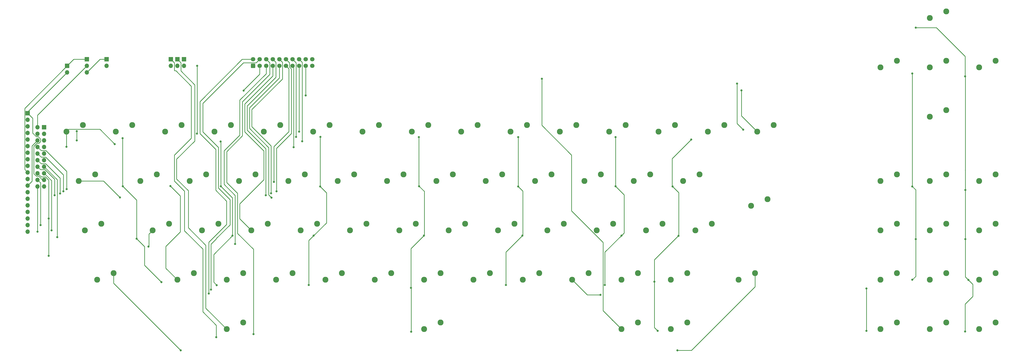
<source format=gtl>
G04 #@! TF.GenerationSoftware,KiCad,Pcbnew,8.0.2*
G04 #@! TF.CreationDate,2025-05-01T13:08:38+01:00*
G04 #@! TF.ProjectId,Keyboard,4b657962-6f61-4726-942e-6b696361645f,rev?*
G04 #@! TF.SameCoordinates,Original*
G04 #@! TF.FileFunction,Copper,L1,Top*
G04 #@! TF.FilePolarity,Positive*
%FSLAX46Y46*%
G04 Gerber Fmt 4.6, Leading zero omitted, Abs format (unit mm)*
G04 Created by KiCad (PCBNEW 8.0.2) date 2025-05-01 13:08:38*
%MOMM*%
%LPD*%
G01*
G04 APERTURE LIST*
G04 Aperture macros list*
%AMRoundRect*
0 Rectangle with rounded corners*
0 $1 Rounding radius*
0 $2 $3 $4 $5 $6 $7 $8 $9 X,Y pos of 4 corners*
0 Add a 4 corners polygon primitive as box body*
4,1,4,$2,$3,$4,$5,$6,$7,$8,$9,$2,$3,0*
0 Add four circle primitives for the rounded corners*
1,1,$1+$1,$2,$3*
1,1,$1+$1,$4,$5*
1,1,$1+$1,$6,$7*
1,1,$1+$1,$8,$9*
0 Add four rect primitives between the rounded corners*
20,1,$1+$1,$2,$3,$4,$5,0*
20,1,$1+$1,$4,$5,$6,$7,0*
20,1,$1+$1,$6,$7,$8,$9,0*
20,1,$1+$1,$8,$9,$2,$3,0*%
G04 Aperture macros list end*
G04 #@! TA.AperFunction,ComponentPad*
%ADD10RoundRect,0.250000X0.600000X-0.600000X0.600000X0.600000X-0.600000X0.600000X-0.600000X-0.600000X0*%
G04 #@! TD*
G04 #@! TA.AperFunction,ComponentPad*
%ADD11C,1.700000*%
G04 #@! TD*
G04 #@! TA.AperFunction,ComponentPad*
%ADD12C,2.286000*%
G04 #@! TD*
G04 #@! TA.AperFunction,ComponentPad*
%ADD13R,1.700000X1.700000*%
G04 #@! TD*
G04 #@! TA.AperFunction,ComponentPad*
%ADD14O,1.700000X1.700000*%
G04 #@! TD*
G04 #@! TA.AperFunction,ViaPad*
%ADD15C,0.800000*%
G04 #@! TD*
G04 #@! TA.AperFunction,Conductor*
%ADD16C,0.250000*%
G04 #@! TD*
G04 APERTURE END LIST*
D10*
G04 #@! TO.P,J2,1,Pin_1*
G04 #@! TO.N,unconnected-(J2-Pin_1-Pad1)*
X168795000Y-123555000D03*
D11*
G04 #@! TO.P,J2,2,Pin_2*
G04 #@! TO.N,Y1*
X168795000Y-121015000D03*
G04 #@! TO.P,J2,3,Pin_3*
G04 #@! TO.N,X9*
X171335000Y-123555000D03*
G04 #@! TO.P,J2,4,Pin_4*
G04 #@! TO.N,Y2*
X171335000Y-121015000D03*
G04 #@! TO.P,J2,5,Pin_5*
G04 #@! TO.N,X7*
X173875000Y-123555000D03*
G04 #@! TO.P,J2,6,Pin_6*
G04 #@! TO.N,Y3*
X173875000Y-121015000D03*
G04 #@! TO.P,J2,7,Pin_7*
G04 #@! TO.N,X6*
X176415000Y-123555000D03*
G04 #@! TO.P,J2,8,Pin_8*
G04 #@! TO.N,Y4*
X176415000Y-121015000D03*
G04 #@! TO.P,J2,9,Pin_9*
G04 #@! TO.N,X5*
X178955000Y-123555000D03*
G04 #@! TO.P,J2,10,Pin_10*
G04 #@! TO.N,Y5*
X178955000Y-121015000D03*
G04 #@! TO.P,J2,11,Pin_11*
G04 #@! TO.N,X4*
X181495000Y-123555000D03*
G04 #@! TO.P,J2,12,Pin_12*
G04 #@! TO.N,Y6*
X181495000Y-121015000D03*
G04 #@! TO.P,J2,13,Pin_13*
G04 #@! TO.N,X3*
X184035000Y-123555000D03*
G04 #@! TO.P,J2,14,Pin_14*
G04 #@! TO.N,Y7*
X184035000Y-121015000D03*
G04 #@! TO.P,J2,15,Pin_15*
G04 #@! TO.N,X2*
X186575000Y-123555000D03*
G04 #@! TO.P,J2,16,Pin_16*
G04 #@! TO.N,Y8*
X186575000Y-121015000D03*
G04 #@! TO.P,J2,17,Pin_17*
G04 #@! TO.N,X1*
X189115000Y-123555000D03*
G04 #@! TO.P,J2,18,Pin_18*
G04 #@! TO.N,Y9*
X189115000Y-121015000D03*
G04 #@! TO.P,J2,19,Pin_19*
G04 #@! TO.N,unconnected-(J2-Pin_19-Pad19)*
X191655000Y-123555000D03*
G04 #@! TO.P,J2,20,Pin_20*
G04 #@! TO.N,Net-(J1-Pin_2)*
X191655000Y-121015000D03*
G04 #@! TD*
D12*
G04 #@! TO.P,SW17,1,A*
G04 #@! TO.N,X2*
X334847500Y-168005000D03*
G04 #@! TO.P,SW17,2,B*
G04 #@! TO.N,Net-(D17-A)*
X341197500Y-165465000D03*
G04 #@! TD*
G04 #@! TO.P,SW9,1,A*
G04 #@! TO.N,X2*
X430097500Y-124142500D03*
G04 #@! TO.P,SW9,2,B*
G04 #@! TO.N,Net-(D9-A)*
X436447500Y-121602500D03*
G04 #@! TD*
G04 #@! TO.P,SW60,1,A*
G04 #@! TO.N,X5*
X149110000Y-187055000D03*
G04 #@! TO.P,SW60,2,B*
G04 #@! TO.N,Net-(D60-A)*
X155460000Y-184515000D03*
G04 #@! TD*
G04 #@! TO.P,SW27,1,A*
G04 #@! TO.N,X4*
X296747500Y-168005000D03*
G04 #@! TO.P,SW27,2,B*
G04 #@! TO.N,Net-(D27-A)*
X303097500Y-165465000D03*
G04 #@! TD*
G04 #@! TO.P,SW22,1,A*
G04 #@! TO.N,X7*
X330085000Y-206105000D03*
G04 #@! TO.P,SW22,2,B*
G04 #@! TO.N,Net-(D22-A)*
X336435000Y-203565000D03*
G04 #@! TD*
G04 #@! TO.P,SW69,1,A*
G04 #@! TO.N,X6*
X130060000Y-187055000D03*
G04 #@! TO.P,SW69,2,B*
G04 #@! TO.N,Net-(D69-A)*
X136410000Y-184515000D03*
G04 #@! TD*
G04 #@! TO.P,SW33,1,A*
G04 #@! TO.N,X2*
X268172500Y-148955000D03*
G04 #@! TO.P,SW33,2,B*
G04 #@! TO.N,Net-(D33-A)*
X274522500Y-146415000D03*
G04 #@! TD*
G04 #@! TO.P,SW63,1,A*
G04 #@! TO.N,X8*
X158635000Y-206105000D03*
G04 #@! TO.P,SW63,2,B*
G04 #@! TO.N,Net-(D63-A)*
X164985000Y-203565000D03*
G04 #@! TD*
G04 #@! TO.P,SW7,1,A*
G04 #@! TO.N,X8*
X430097500Y-225155000D03*
G04 #@! TO.P,SW7,2,B*
G04 #@! TO.N,Net-(D7-A)*
X436447500Y-222615000D03*
G04 #@! TD*
G04 #@! TO.P,SW36,1,A*
G04 #@! TO.N,X5*
X282460000Y-187055000D03*
G04 #@! TO.P,SW36,2,B*
G04 #@! TO.N,Net-(D36-A)*
X288810000Y-184515000D03*
G04 #@! TD*
G04 #@! TO.P,SW50,1,A*
G04 #@! TO.N,X3*
X182447500Y-168005000D03*
G04 #@! TO.P,SW50,2,B*
G04 #@! TO.N,Net-(D50-A)*
X188797500Y-165465000D03*
G04 #@! TD*
G04 #@! TO.P,SW10,1,A*
G04 #@! TO.N,X3*
X411047500Y-168005000D03*
G04 #@! TO.P,SW10,2,B*
G04 #@! TO.N,Net-(D10-A)*
X417397500Y-165465000D03*
G04 #@! TD*
G04 #@! TO.P,SW1,1,A*
G04 #@! TO.N,X2*
X449147500Y-124142500D03*
G04 #@! TO.P,SW1,2,B*
G04 #@! TO.N,Net-(D1-A)*
X455497500Y-121602500D03*
G04 #@! TD*
G04 #@! TO.P,SW13,1,A*
G04 #@! TO.N,X6*
X411047500Y-206105000D03*
G04 #@! TO.P,SW13,2,B*
G04 #@! TO.N,Net-(D13-A)*
X417397500Y-203565000D03*
G04 #@! TD*
G04 #@! TO.P,SW42,1,A*
G04 #@! TO.N,X3*
X239597500Y-168005000D03*
G04 #@! TO.P,SW42,2,B*
G04 #@! TO.N,Net-(D42-A)*
X245947500Y-165465000D03*
G04 #@! TD*
G04 #@! TO.P,SW30,1,A*
G04 #@! TO.N,X7*
X311035000Y-206105000D03*
G04 #@! TO.P,SW30,2,B*
G04 #@! TO.N,Net-(D30-A)*
X317385000Y-203565000D03*
G04 #@! TD*
G04 #@! TO.P,SW62,1,A*
G04 #@! TO.N,X7*
X177685000Y-206105000D03*
G04 #@! TO.P,SW62,2,B*
G04 #@! TO.N,Net-(D62-A)*
X184035000Y-203565000D03*
G04 #@! TD*
G04 #@! TO.P,SW53,1,A*
G04 #@! TO.N,X6*
X187210000Y-187055000D03*
G04 #@! TO.P,SW53,2,B*
G04 #@! TO.N,Net-(D53-A)*
X193560000Y-184515000D03*
G04 #@! TD*
G04 #@! TO.P,SW79,1,A*
G04 #@! TO.N,X9*
X363422500Y-148955000D03*
G04 #@! TO.P,SW79,2,B*
G04 #@! TO.N,Net-(D79-A)*
X369772500Y-146415000D03*
G04 #@! TD*
G04 #@! TO.P,SW14,1,A*
G04 #@! TO.N,X7*
X430097500Y-206105000D03*
G04 #@! TO.P,SW14,2,B*
G04 #@! TO.N,Net-(D14-A)*
X436447500Y-203565000D03*
G04 #@! TD*
G04 #@! TO.P,SW65,1,A*
G04 #@! TO.N,X2*
X134822500Y-148955000D03*
G04 #@! TO.P,SW65,2,B*
G04 #@! TO.N,Net-(D65-A)*
X141172500Y-146415000D03*
G04 #@! TD*
G04 #@! TO.P,SW31,1,A*
G04 #@! TO.N,X8*
X291985000Y-206105000D03*
G04 #@! TO.P,SW31,2,B*
G04 #@! TO.N,Net-(D31-A)*
X298335000Y-203565000D03*
G04 #@! TD*
G04 #@! TO.P,SW37,1,A*
G04 #@! TO.N,X6*
X263410000Y-187055000D03*
G04 #@! TO.P,SW37,2,B*
G04 #@! TO.N,Net-(D37-A)*
X269760000Y-184515000D03*
G04 #@! TD*
G04 #@! TO.P,SW70,1,A*
G04 #@! TO.N,X7*
X103866250Y-187055000D03*
G04 #@! TO.P,SW70,2,B*
G04 #@! TO.N,Net-(D70-A)*
X110216250Y-184515000D03*
G04 #@! TD*
G04 #@! TO.P,SW39,1,A*
G04 #@! TO.N,X8*
X272935000Y-206105000D03*
G04 #@! TO.P,SW39,2,B*
G04 #@! TO.N,Net-(D39-A)*
X279285000Y-203565000D03*
G04 #@! TD*
G04 #@! TO.P,SW6,1,A*
G04 #@! TO.N,X7*
X449147500Y-225155000D03*
G04 #@! TO.P,SW6,2,B*
G04 #@! TO.N,Net-(D6-A)*
X455497500Y-222615000D03*
G04 #@! TD*
G04 #@! TO.P,SW20,1,A*
G04 #@! TO.N,X5*
X411047500Y-187055000D03*
G04 #@! TO.P,SW20,2,B*
G04 #@! TO.N,Net-(D20-A)*
X417397500Y-184515000D03*
G04 #@! TD*
G04 #@! TO.P,SW21,1,A*
G04 #@! TO.N,X6*
X108628750Y-206105000D03*
G04 #@! TO.P,SW21,2,B*
G04 #@! TO.N,Net-(D21-A)*
X114978750Y-203565000D03*
G04 #@! TD*
G04 #@! TO.P,SW38,1,A*
G04 #@! TO.N,X7*
X253885000Y-206105000D03*
G04 #@! TO.P,SW38,2,B*
G04 #@! TO.N,Net-(D38-A)*
X260235000Y-203565000D03*
G04 #@! TD*
G04 #@! TO.P,SW68,1,A*
G04 #@! TO.N,X5*
X101485000Y-168005000D03*
G04 #@! TO.P,SW68,2,B*
G04 #@! TO.N,Net-(D68-A)*
X107835000Y-165465000D03*
G04 #@! TD*
G04 #@! TO.P,SW56,1,A*
G04 #@! TO.N,X1*
X172922500Y-148955000D03*
G04 #@! TO.P,SW56,2,B*
G04 #@! TO.N,Net-(D56-A)*
X179272500Y-146415000D03*
G04 #@! TD*
G04 #@! TO.P,SW59,1,A*
G04 #@! TO.N,X4*
X144347500Y-168005000D03*
G04 #@! TO.P,SW59,2,B*
G04 #@! TO.N,Net-(D59-A)*
X150697500Y-165465000D03*
G04 #@! TD*
G04 #@! TO.P,SW902,1,A*
G04 #@! TO.N,Net-(SW902-A)*
X311035000Y-225155000D03*
G04 #@! TO.P,SW902,2,B*
G04 #@! TO.N,Net-(D902-A)*
X317385000Y-222615000D03*
G04 #@! TD*
G04 #@! TO.P,SW43,1,A*
G04 #@! TO.N,X4*
X220547500Y-168005000D03*
G04 #@! TO.P,SW43,2,B*
G04 #@! TO.N,Net-(D43-A)*
X226897500Y-165465000D03*
G04 #@! TD*
G04 #@! TO.P,SW901,1,A*
G04 #@! TO.N,Net-(SW901-A)*
X158635000Y-225155000D03*
G04 #@! TO.P,SW901,2,B*
G04 #@! TO.N,Net-(D901-A)*
X164985000Y-222615000D03*
G04 #@! TD*
G04 #@! TO.P,SW19,1,A*
G04 #@! TO.N,X4*
X339610000Y-187055000D03*
G04 #@! TO.P,SW19,2,B*
G04 #@! TO.N,Net-(D19-A)*
X345960000Y-184515000D03*
G04 #@! TD*
G04 #@! TO.P,SW34,1,A*
G04 #@! TO.N,X3*
X277697500Y-168005000D03*
G04 #@! TO.P,SW34,2,B*
G04 #@! TO.N,Net-(D34-A)*
X284047500Y-165465000D03*
G04 #@! TD*
G04 #@! TO.P,SW23,1,A*
G04 #@! TO.N,X8*
X330085000Y-225155000D03*
G04 #@! TO.P,SW23,2,B*
G04 #@! TO.N,Net-(D23-A)*
X336435000Y-222615000D03*
G04 #@! TD*
G04 #@! TO.P,SW11,1,A*
G04 #@! TO.N,X4*
X430097500Y-168005000D03*
G04 #@! TO.P,SW11,2,B*
G04 #@! TO.N,Net-(D11-A)*
X436447500Y-165465000D03*
G04 #@! TD*
G04 #@! TO.P,SW41,1,A*
G04 #@! TO.N,X2*
X230072500Y-148955000D03*
G04 #@! TO.P,SW41,2,B*
G04 #@! TO.N,Net-(D41-A)*
X236422500Y-146415000D03*
G04 #@! TD*
G04 #@! TO.P,SW45,1,A*
G04 #@! TO.N,X6*
X244360000Y-187055000D03*
G04 #@! TO.P,SW45,2,B*
G04 #@! TO.N,Net-(D45-A)*
X250710000Y-184515000D03*
G04 #@! TD*
G04 #@! TO.P,SW8,1,A*
G04 #@! TO.N,X1*
X411047500Y-124142500D03*
G04 #@! TO.P,SW8,2,B*
G04 #@! TO.N,Net-(D8-A)*
X417397500Y-121602500D03*
G04 #@! TD*
G04 #@! TO.P,SW52,1,A*
G04 #@! TO.N,X5*
X206260000Y-187055000D03*
G04 #@! TO.P,SW52,2,B*
G04 #@! TO.N,Net-(D52-A)*
X212610000Y-184515000D03*
G04 #@! TD*
G04 #@! TO.P,SW5,1,A*
G04 #@! TO.N,X6*
X449147500Y-206105000D03*
G04 #@! TO.P,SW5,2,B*
G04 #@! TO.N,Net-(D5-A)*
X455497500Y-203565000D03*
G04 #@! TD*
G04 #@! TO.P,SW16,1,A*
G04 #@! TO.N,X1*
X344372500Y-148955000D03*
G04 #@! TO.P,SW16,2,B*
G04 #@! TO.N,Net-(D16-A)*
X350722500Y-146415000D03*
G04 #@! TD*
G04 #@! TO.P,SW4,1,A*
G04 #@! TO.N,X5*
X449147500Y-187055000D03*
G04 #@! TO.P,SW4,2,B*
G04 #@! TO.N,Net-(D4-A)*
X455497500Y-184515000D03*
G04 #@! TD*
G04 #@! TO.P,SW67,1,A*
G04 #@! TO.N,X4*
X125297500Y-168005000D03*
G04 #@! TO.P,SW67,2,B*
G04 #@! TO.N,Net-(D67-A)*
X131647500Y-165465000D03*
G04 #@! TD*
G04 #@! TO.P,SW18,1,A*
G04 #@! TO.N,X3*
X361041250Y-177530000D03*
G04 #@! TO.P,SW18,2,B*
G04 #@! TO.N,Net-(D18-A)*
X367391250Y-174990000D03*
G04 #@! TD*
G04 #@! TO.P,SW25,1,A*
G04 #@! TO.N,X2*
X306272500Y-148955000D03*
G04 #@! TO.P,SW25,2,B*
G04 #@! TO.N,Net-(D25-A)*
X312622500Y-146415000D03*
G04 #@! TD*
G04 #@! TO.P,SW24,1,A*
G04 #@! TO.N,X1*
X325322500Y-148955000D03*
G04 #@! TO.P,SW24,2,B*
G04 #@! TO.N,Net-(D24-A)*
X331672500Y-146415000D03*
G04 #@! TD*
G04 #@! TO.P,SW12,1,A*
G04 #@! TO.N,X5*
X430097500Y-187055000D03*
G04 #@! TO.P,SW12,2,B*
G04 #@! TO.N,Net-(D12-A)*
X436447500Y-184515000D03*
G04 #@! TD*
G04 #@! TO.P,SW66,1,A*
G04 #@! TO.N,X3*
X96722500Y-148955000D03*
G04 #@! TO.P,SW66,2,B*
G04 #@! TO.N,Net-(D66-A)*
X103072500Y-146415000D03*
G04 #@! TD*
G04 #@! TO.P,SW28,1,A*
G04 #@! TO.N,X5*
X320560000Y-187055000D03*
G04 #@! TO.P,SW28,2,B*
G04 #@! TO.N,Net-(D28-A)*
X326910000Y-184515000D03*
G04 #@! TD*
G04 #@! TO.P,SW29,1,A*
G04 #@! TO.N,X6*
X301510000Y-187055000D03*
G04 #@! TO.P,SW29,2,B*
G04 #@! TO.N,Net-(D29-A)*
X307860000Y-184515000D03*
G04 #@! TD*
G04 #@! TO.P,SW58,1,A*
G04 #@! TO.N,X3*
X163397500Y-168005000D03*
G04 #@! TO.P,SW58,2,B*
G04 #@! TO.N,Net-(D58-A)*
X169747500Y-165465000D03*
G04 #@! TD*
G04 #@! TO.P,SW15,1,A*
G04 #@! TO.N,X8*
X411047500Y-225155000D03*
G04 #@! TO.P,SW15,2,B*
G04 #@! TO.N,Net-(D15-A)*
X417397500Y-222615000D03*
G04 #@! TD*
G04 #@! TO.P,SW3,1,A*
G04 #@! TO.N,X4*
X449147500Y-168005000D03*
G04 #@! TO.P,SW3,2,B*
G04 #@! TO.N,Net-(D3-A)*
X455497500Y-165465000D03*
G04 #@! TD*
G04 #@! TO.P,SW48,1,A*
G04 #@! TO.N,X1*
X211022500Y-148955000D03*
G04 #@! TO.P,SW48,2,B*
G04 #@! TO.N,Net-(D48-A)*
X217372500Y-146415000D03*
G04 #@! TD*
G04 #@! TO.P,SW57,1,A*
G04 #@! TO.N,X2*
X153872500Y-148955000D03*
G04 #@! TO.P,SW57,2,B*
G04 #@! TO.N,Net-(D57-A)*
X160222500Y-146415000D03*
G04 #@! TD*
G04 #@! TO.P,SW61,1,A*
G04 #@! TO.N,X6*
X168160000Y-187055000D03*
G04 #@! TO.P,SW61,2,B*
G04 #@! TO.N,Net-(D61-A)*
X174510000Y-184515000D03*
G04 #@! TD*
G04 #@! TO.P,SW0,1,A*
G04 #@! TO.N,X1*
X430097500Y-105092500D03*
G04 #@! TO.P,SW0,2,B*
G04 #@! TO.N,Net-(D0-A)*
X436447500Y-102552500D03*
G04 #@! TD*
G04 #@! TO.P,SW47,1,A*
G04 #@! TO.N,X8*
X234835000Y-225155000D03*
G04 #@! TO.P,SW47,2,B*
G04 #@! TO.N,Net-(D47-A)*
X241185000Y-222615000D03*
G04 #@! TD*
G04 #@! TO.P,SW64,1,A*
G04 #@! TO.N,X1*
X115772500Y-148955000D03*
G04 #@! TO.P,SW64,2,B*
G04 #@! TO.N,Net-(D64-A)*
X122122500Y-146415000D03*
G04 #@! TD*
G04 #@! TO.P,SW71,1,A*
G04 #@! TO.N,X8*
X139585000Y-206105000D03*
G04 #@! TO.P,SW71,2,B*
G04 #@! TO.N,Net-(D71-A)*
X145935000Y-203565000D03*
G04 #@! TD*
G04 #@! TO.P,SW35,1,A*
G04 #@! TO.N,X4*
X258647500Y-168005000D03*
G04 #@! TO.P,SW35,2,B*
G04 #@! TO.N,Net-(D35-A)*
X264997500Y-165465000D03*
G04 #@! TD*
G04 #@! TO.P,SW51,1,A*
G04 #@! TO.N,X4*
X201497500Y-168005000D03*
G04 #@! TO.P,SW51,2,B*
G04 #@! TO.N,Net-(D51-A)*
X207847500Y-165465000D03*
G04 #@! TD*
G04 #@! TO.P,SW54,1,A*
G04 #@! TO.N,X7*
X215785000Y-206105000D03*
G04 #@! TO.P,SW54,2,B*
G04 #@! TO.N,Net-(D54-A)*
X222135000Y-203565000D03*
G04 #@! TD*
G04 #@! TO.P,SW46,1,A*
G04 #@! TO.N,X7*
X234835000Y-206105000D03*
G04 #@! TO.P,SW46,2,B*
G04 #@! TO.N,Net-(D46-A)*
X241185000Y-203565000D03*
G04 #@! TD*
G04 #@! TO.P,SW49,1,A*
G04 #@! TO.N,X2*
X191972500Y-148955000D03*
G04 #@! TO.P,SW49,2,B*
G04 #@! TO.N,Net-(D49-A)*
X198322500Y-146415000D03*
G04 #@! TD*
G04 #@! TO.P,SW26,1,A*
G04 #@! TO.N,X3*
X315797500Y-168005000D03*
G04 #@! TO.P,SW26,2,B*
G04 #@! TO.N,Net-(D26-A)*
X322147500Y-165465000D03*
G04 #@! TD*
G04 #@! TO.P,SW2,1,A*
G04 #@! TO.N,X3*
X430097500Y-143192500D03*
G04 #@! TO.P,SW2,2,B*
G04 #@! TO.N,Net-(D2-A)*
X436447500Y-140652500D03*
G04 #@! TD*
G04 #@! TO.P,SW40,1,A*
G04 #@! TO.N,X1*
X249122500Y-148955000D03*
G04 #@! TO.P,SW40,2,B*
G04 #@! TO.N,Net-(D40-A)*
X255472500Y-146415000D03*
G04 #@! TD*
G04 #@! TO.P,SW32,1,A*
G04 #@! TO.N,X1*
X287222500Y-148955000D03*
G04 #@! TO.P,SW32,2,B*
G04 #@! TO.N,Net-(D32-A)*
X293572500Y-146415000D03*
G04 #@! TD*
G04 #@! TO.P,SW55,1,A*
G04 #@! TO.N,X8*
X196735000Y-206105000D03*
G04 #@! TO.P,SW55,2,B*
G04 #@! TO.N,Net-(D55-A)*
X203085000Y-203565000D03*
G04 #@! TD*
G04 #@! TO.P,SW121,1,A*
G04 #@! TO.N,X6*
X356278750Y-206105000D03*
G04 #@! TO.P,SW121,2,B*
G04 #@! TO.N,Net-(D21-A)*
X362628750Y-203565000D03*
G04 #@! TD*
G04 #@! TO.P,SW44,1,A*
G04 #@! TO.N,X5*
X225310000Y-187055000D03*
G04 #@! TO.P,SW44,2,B*
G04 #@! TO.N,Net-(D44-A)*
X231660000Y-184515000D03*
G04 #@! TD*
D13*
G04 #@! TO.P,LK1,1,A*
G04 #@! TO.N,X8*
X104660000Y-121015000D03*
D14*
G04 #@! TO.P,LK1,2,C*
G04 #@! TO.N,Net-(J1-Pin_2)*
X104660000Y-123555000D03*
G04 #@! TO.P,LK1,3,B*
G04 #@! TO.N,Y10*
X104660000Y-126095000D03*
G04 #@! TD*
D13*
G04 #@! TO.P,J1,1,Pin_1*
G04 #@! TO.N,Net-(J1-Pin_1)*
X88155000Y-147215000D03*
D14*
G04 #@! TO.P,J1,2,Pin_2*
G04 #@! TO.N,Net-(J1-Pin_2)*
X85615000Y-147215000D03*
G04 #@! TO.P,J1,3,Pin_3*
G04 #@! TO.N,X1*
X88155000Y-149755000D03*
G04 #@! TO.P,J1,4,Pin_4*
G04 #@! TO.N,Y9*
X85615000Y-149755000D03*
G04 #@! TO.P,J1,5,Pin_5*
G04 #@! TO.N,X2*
X88155000Y-152295000D03*
G04 #@! TO.P,J1,6,Pin_6*
G04 #@! TO.N,Y8*
X85615000Y-152295000D03*
G04 #@! TO.P,J1,7,Pin_7*
G04 #@! TO.N,X3*
X88155000Y-154835000D03*
G04 #@! TO.P,J1,8,Pin_8*
G04 #@! TO.N,Y7*
X85615000Y-154835000D03*
G04 #@! TO.P,J1,9,Pin_9*
G04 #@! TO.N,X4*
X88155000Y-157375000D03*
G04 #@! TO.P,J1,10,Pin_10*
G04 #@! TO.N,Y6*
X85615000Y-157375000D03*
G04 #@! TO.P,J1,11,Pin_11*
G04 #@! TO.N,X5*
X88155000Y-159915000D03*
G04 #@! TO.P,J1,12,Pin_12*
G04 #@! TO.N,Y5*
X85615000Y-159915000D03*
G04 #@! TO.P,J1,13,Pin_13*
G04 #@! TO.N,X6*
X88155000Y-162455000D03*
G04 #@! TO.P,J1,14,Pin_14*
G04 #@! TO.N,Y4*
X85615000Y-162455000D03*
G04 #@! TO.P,J1,15,Pin_15*
G04 #@! TO.N,X7*
X88155000Y-164995000D03*
G04 #@! TO.P,J1,16,Pin_16*
G04 #@! TO.N,Y3*
X85615000Y-164995000D03*
G04 #@! TO.P,J1,17,Pin_17*
G04 #@! TO.N,X9*
X88155000Y-167535000D03*
G04 #@! TO.P,J1,18,Pin_18*
G04 #@! TO.N,Y2*
X85615000Y-167535000D03*
G04 #@! TO.P,J1,19,Pin_19*
G04 #@! TO.N,unconnected-(J1-Pin_19-Pad19)*
X88155000Y-170075000D03*
G04 #@! TO.P,J1,20,Pin_20*
G04 #@! TO.N,Y1*
X85615000Y-170075000D03*
G04 #@! TD*
D13*
G04 #@! TO.P,LK2,1,1*
G04 #@! TO.N,Y10*
X112280000Y-121015000D03*
D14*
G04 #@! TO.P,LK2,2,2*
G04 #@! TO.N,Net-(J1-Pin_1)*
X112280000Y-123555000D03*
G04 #@! TD*
D13*
G04 #@! TO.P,LK3,1,1*
G04 #@! TO.N,X8*
X97040000Y-123555000D03*
D14*
G04 #@! TO.P,LK3,2,2*
G04 #@! TO.N,X9*
X97040000Y-126095000D03*
G04 #@! TD*
D13*
G04 #@! TO.P,LK5,1,1*
G04 #@! TO.N,Net-(SW902-A)*
X142125000Y-121010000D03*
D14*
G04 #@! TO.P,LK5,2,2*
G04 #@! TO.N,X6*
X142125000Y-123550000D03*
G04 #@! TD*
D13*
G04 #@! TO.P,J3,1,Pin_1*
G04 #@! TO.N,X9*
X81800000Y-141855000D03*
D14*
G04 #@! TO.P,J3,2,Pin_2*
G04 #@! TO.N,Y10*
X81800000Y-144395000D03*
G04 #@! TO.P,J3,3,Pin_3*
G04 #@! TO.N,X1*
X81800000Y-146935000D03*
G04 #@! TO.P,J3,4,Pin_4*
G04 #@! TO.N,X2*
X81800000Y-149475000D03*
G04 #@! TO.P,J3,5,Pin_5*
G04 #@! TO.N,X3*
X81800000Y-152015000D03*
G04 #@! TO.P,J3,6,Pin_6*
G04 #@! TO.N,X4*
X81800000Y-154555000D03*
G04 #@! TO.P,J3,7,Pin_7*
G04 #@! TO.N,X5*
X81800000Y-157095000D03*
G04 #@! TO.P,J3,8,Pin_8*
G04 #@! TO.N,X6*
X81800000Y-159635000D03*
G04 #@! TO.P,J3,9,Pin_9*
G04 #@! TO.N,X7*
X81800000Y-162175000D03*
G04 #@! TO.P,J3,10,Pin_10*
G04 #@! TO.N,X8*
X81800000Y-164715000D03*
G04 #@! TO.P,J3,11,Pin_11*
G04 #@! TO.N,Y9*
X81800000Y-167255000D03*
G04 #@! TO.P,J3,12,Pin_12*
G04 #@! TO.N,Y8*
X81800000Y-169795000D03*
G04 #@! TO.P,J3,13,Pin_13*
G04 #@! TO.N,Y7*
X81800000Y-172335000D03*
G04 #@! TO.P,J3,14,Pin_14*
G04 #@! TO.N,Y6*
X81800000Y-174875000D03*
G04 #@! TO.P,J3,15,Pin_15*
G04 #@! TO.N,Y5*
X81800000Y-177415000D03*
G04 #@! TO.P,J3,16,Pin_16*
G04 #@! TO.N,Y4*
X81800000Y-179955000D03*
G04 #@! TO.P,J3,17,Pin_17*
G04 #@! TO.N,Y3*
X81800000Y-182495000D03*
G04 #@! TO.P,J3,18,Pin_18*
G04 #@! TO.N,Y2*
X81800000Y-185035000D03*
G04 #@! TO.P,J3,19,Pin_19*
G04 #@! TO.N,Y1*
X81800000Y-187575000D03*
G04 #@! TD*
D13*
G04 #@! TO.P,LK4,1,1*
G04 #@! TO.N,Net-(SW901-A)*
X139585000Y-121010000D03*
D14*
G04 #@! TO.P,LK4,2,2*
G04 #@! TO.N,X5*
X139585000Y-123550000D03*
G04 #@! TD*
D13*
G04 #@! TO.P,LK6,1,1*
G04 #@! TO.N,Net-(D901-K)*
X137045000Y-121010000D03*
D14*
G04 #@! TO.P,LK6,2,2*
G04 #@! TO.N,Y10*
X137045000Y-123550000D03*
G04 #@! TD*
D15*
G04 #@! TO.N,Y10*
X358038400Y-148187216D03*
X355650800Y-130429000D03*
G04 #@! TO.N,Y9*
X147167600Y-149707600D03*
X123825000Y-190246000D03*
X133426200Y-207060800D03*
X118426800Y-151497200D03*
X118551400Y-170060000D03*
X147193000Y-123545600D03*
G04 #@! TO.N,Y8*
X187782200Y-152704800D03*
X160883600Y-189110000D03*
X156311600Y-152755600D03*
X156337400Y-169987500D03*
X154774200Y-208203800D03*
G04 #@! TO.N,Y7*
X96850200Y-171154600D03*
X194703000Y-170129200D03*
X190347600Y-208153000D03*
X194787200Y-150944200D03*
X192176400Y-189110000D03*
X185381200Y-151003000D03*
G04 #@! TO.N,Y6*
X232777600Y-151079200D03*
X232855800Y-169988200D03*
X177850800Y-171967400D03*
X95554800Y-171967400D03*
X229780400Y-209203800D03*
X234735800Y-189110000D03*
X229831200Y-226196400D03*
G04 #@! TO.N,Y5*
X272806700Y-189062900D03*
X271157000Y-151053800D03*
X175742600Y-172754800D03*
X94335600Y-172796200D03*
X271157000Y-170103800D03*
X266432600Y-208127600D03*
G04 #@! TO.N,Y4*
X308737000Y-151053800D03*
X308722300Y-169987500D03*
X92151200Y-173507400D03*
X311021000Y-189050200D03*
X304634200Y-208100200D03*
X173710600Y-173532800D03*
G04 #@! TO.N,Y3*
X337997800Y-152019000D03*
X323723000Y-206857600D03*
X330733400Y-170103800D03*
X89859600Y-196881000D03*
X325005000Y-225866200D03*
X168947400Y-227136200D03*
X89890600Y-182499000D03*
X333070200Y-189153800D03*
G04 #@! TO.N,Y2*
X423291000Y-126542800D03*
X405624600Y-225866200D03*
X423328400Y-170103800D03*
X152577800Y-209891600D03*
X405624600Y-209499200D03*
X86790000Y-185023000D03*
X424649200Y-190449200D03*
X423316400Y-206121000D03*
G04 #@! TO.N,X9*
X357327200Y-133019800D03*
X165201600Y-133080000D03*
G04 #@! TO.N,X8*
X136918000Y-169960800D03*
X302895000Y-211912200D03*
G04 #@! TO.N,X7*
X161886200Y-192264300D03*
X90957400Y-187055000D03*
G04 #@! TO.N,X6*
X128422400Y-193319400D03*
X93167200Y-189636400D03*
G04 #@! TO.N,X5*
X117394100Y-174350300D03*
X175900700Y-174416100D03*
G04 #@! TO.N,X4*
X176860200Y-168300400D03*
G04 #@! TO.N,X3*
X115366800Y-153746200D03*
X184429400Y-154940000D03*
X96709800Y-154797000D03*
G04 #@! TO.N,X2*
X100711000Y-148767800D03*
X100711000Y-152295000D03*
X186575000Y-148955000D03*
G04 #@! TO.N,X1*
X189115000Y-134985000D03*
G04 #@! TO.N,Y1*
X443750000Y-127584200D03*
X424688000Y-108788200D03*
X443800800Y-190423800D03*
X443800800Y-171450000D03*
X443699200Y-226044000D03*
X444982600Y-206197200D03*
X151688800Y-211429600D03*
X85615000Y-187563000D03*
G04 #@! TO.N,Net-(D21-A)*
X140893800Y-233375200D03*
X332638400Y-233375200D03*
G04 #@! TO.N,Net-(SW902-A)*
X280314400Y-128549400D03*
G04 #@! TO.N,Net-(D901-K)*
X154559000Y-228295200D03*
G04 #@! TD*
D16*
G04 #@! TO.N,Y10*
X355650800Y-130429000D02*
X355650800Y-145799616D01*
X109740000Y-121015000D02*
X104660000Y-126095000D01*
X355650800Y-145799616D02*
X358038400Y-148187216D01*
X112280000Y-121015000D02*
X109740000Y-121015000D01*
G04 #@! TO.N,Y9*
X118426800Y-151497200D02*
X118426800Y-169935400D01*
X118426800Y-169935400D02*
X118551400Y-170060000D01*
X123825000Y-190246000D02*
X123825000Y-175333600D01*
X133426200Y-207060800D02*
X133426200Y-207035400D01*
X147193000Y-149682200D02*
X147167600Y-149707600D01*
X133426200Y-207035400D02*
X126898400Y-200507600D01*
X147193000Y-123545600D02*
X147193000Y-149682200D01*
X126898400Y-200507600D02*
X126898400Y-193319400D01*
X126898400Y-193319400D02*
X123825000Y-190246000D01*
X123825000Y-175333600D02*
X118551400Y-170060000D01*
G04 #@! TO.N,Y8*
X156349000Y-169975900D02*
X156337400Y-169987500D01*
X153619200Y-207048800D02*
X154774200Y-208203800D01*
X83489800Y-154420200D02*
X85615000Y-152295000D01*
X81800000Y-169795000D02*
X83489800Y-168105200D01*
X160883600Y-189110000D02*
X153619200Y-196374400D01*
X160883600Y-174536800D02*
X156337400Y-169990600D01*
X156337400Y-169990600D02*
X156337400Y-169987500D01*
X187782200Y-152704800D02*
X187750000Y-152672600D01*
X156311600Y-152755600D02*
X156349000Y-152793000D01*
X156349000Y-152793000D02*
X156349000Y-169975900D01*
X187750000Y-122190000D02*
X186575000Y-121015000D01*
X187750000Y-152672600D02*
X187750000Y-122190000D01*
X83489800Y-168105200D02*
X83489800Y-154420200D01*
X160883600Y-189110000D02*
X160883600Y-174536800D01*
X153619200Y-196374400D02*
X153619200Y-207048800D01*
G04 #@! TO.N,Y7*
X96850200Y-164259200D02*
X88791000Y-156200000D01*
X88791000Y-156200000D02*
X86980000Y-156200000D01*
X194703000Y-170129200D02*
X194703000Y-151028400D01*
X185381200Y-151003000D02*
X185400000Y-150984200D01*
X190347600Y-208153000D02*
X190347600Y-190938800D01*
X185400000Y-150984200D02*
X185400000Y-122380000D01*
X192176400Y-189110000D02*
X197129400Y-184157000D01*
X96850200Y-171154600D02*
X96850200Y-164259200D01*
X194703000Y-151028400D02*
X194787200Y-150944200D01*
X185400000Y-122380000D02*
X184035000Y-121015000D01*
X190347600Y-190938800D02*
X192176400Y-189110000D01*
X197129400Y-172555600D02*
X194703000Y-170129200D01*
X86980000Y-156200000D02*
X85615000Y-154835000D01*
X197129400Y-184157000D02*
X197129400Y-172555600D01*
G04 #@! TO.N,Y6*
X177850800Y-171967400D02*
X177850800Y-155371800D01*
X229780400Y-194065400D02*
X229780400Y-209203800D01*
X182860000Y-124041701D02*
X182860000Y-122380000D01*
X183591200Y-124772901D02*
X182860000Y-124041701D01*
X234735800Y-189110000D02*
X229780400Y-194065400D01*
X229882000Y-226145600D02*
X229831200Y-226196400D01*
X86980000Y-158740000D02*
X85615000Y-157375000D01*
X183591200Y-149631400D02*
X183591200Y-124772901D01*
X232777600Y-151079200D02*
X232777600Y-169910000D01*
X232855800Y-169988200D02*
X234885800Y-172018200D01*
X234885800Y-188960000D02*
X234735800Y-189110000D01*
X88689400Y-158740000D02*
X86980000Y-158740000D01*
X229780400Y-209203800D02*
X229882000Y-209305400D01*
X95554800Y-171967400D02*
X95554800Y-165605400D01*
X232777600Y-169910000D02*
X232855800Y-169988200D01*
X182860000Y-122380000D02*
X181495000Y-121015000D01*
X234885800Y-172018200D02*
X234885800Y-188960000D01*
X229882000Y-209305400D02*
X229882000Y-226145600D01*
X95554800Y-165605400D02*
X88689400Y-158740000D01*
X177850800Y-155371800D02*
X183591200Y-149631400D01*
G04 #@! TO.N,Y5*
X175742600Y-172754800D02*
X175742600Y-154432000D01*
X272909600Y-171856400D02*
X272909600Y-188960000D01*
X168325800Y-140436600D02*
X180130000Y-128632400D01*
X266432600Y-208127600D02*
X266432600Y-195437000D01*
X271157000Y-151053800D02*
X271157000Y-170103800D01*
X94335600Y-166926200D02*
X88689400Y-161280000D01*
X180130000Y-128632400D02*
X180130000Y-122190000D01*
X86980000Y-161280000D02*
X85615000Y-159915000D01*
X180130000Y-122190000D02*
X178955000Y-121015000D01*
X266432600Y-195437000D02*
X272806700Y-189062900D01*
X271157000Y-170103800D02*
X272909600Y-171856400D01*
X168325800Y-147015200D02*
X168325800Y-140436600D01*
X272909600Y-188960000D02*
X272806700Y-189062900D01*
X94335600Y-172796200D02*
X94335600Y-166926200D01*
X88689400Y-161280000D02*
X86980000Y-161280000D01*
X175742600Y-154432000D02*
X168325800Y-147015200D01*
G04 #@! TO.N,Y4*
X304634200Y-195437000D02*
X311021000Y-189050200D01*
X92151200Y-167329500D02*
X89637450Y-164815750D01*
X177590000Y-127946600D02*
X177590000Y-122190000D01*
X88451701Y-163630000D02*
X86790000Y-163630000D01*
X166497000Y-148361400D02*
X166497000Y-139039600D01*
X166497000Y-139039600D02*
X177590000Y-127946600D01*
X173710600Y-173532800D02*
X173710600Y-155575000D01*
X177590000Y-122190000D02*
X176415000Y-121015000D01*
X92151200Y-173507400D02*
X92151200Y-167329500D01*
X86790000Y-163630000D02*
X85615000Y-162455000D01*
X308722300Y-170038300D02*
X312039000Y-173355000D01*
X173710600Y-155575000D02*
X166497000Y-148361400D01*
X304634200Y-208100200D02*
X304634200Y-195437000D01*
X308749000Y-151065800D02*
X308737000Y-151053800D01*
X308722300Y-169987500D02*
X308722300Y-170038300D01*
X312039000Y-188032200D02*
X311021000Y-189050200D01*
X308749000Y-169960800D02*
X308749000Y-151065800D01*
X89637450Y-164815750D02*
X88451701Y-163630000D01*
X308722300Y-169987500D02*
X308749000Y-169960800D01*
X312039000Y-173355000D02*
X312039000Y-188032200D01*
G04 #@! TO.N,Y3*
X162814000Y-172745400D02*
X162814000Y-188236800D01*
X86980000Y-166360000D02*
X85615000Y-164995000D01*
X158648400Y-156616400D02*
X158648400Y-168579800D01*
X164668200Y-150596600D02*
X158648400Y-156616400D01*
X333133000Y-189091000D02*
X333070200Y-189153800D01*
X330733400Y-170103800D02*
X330618400Y-169988800D01*
X175240000Y-122380000D02*
X175240000Y-126867600D01*
X323748400Y-206832200D02*
X323748400Y-198370000D01*
X88641701Y-166360000D02*
X86980000Y-166360000D01*
X333133000Y-172500800D02*
X333133000Y-189091000D01*
X162814000Y-188236800D02*
X168947400Y-194370200D01*
X158648400Y-168579800D02*
X162814000Y-172745400D01*
X89648600Y-167366899D02*
X89080650Y-166798950D01*
X323748400Y-198370000D02*
X332964600Y-189153800D01*
X175240000Y-126867600D02*
X164668200Y-137439400D01*
X332964600Y-189153800D02*
X333070200Y-189153800D01*
X330733400Y-170103800D02*
X330736000Y-170103800D01*
X89890600Y-182499000D02*
X89890600Y-167608900D01*
X164668200Y-137439400D02*
X164668200Y-150596600D01*
X323723000Y-206857600D02*
X323723000Y-224584200D01*
X330618400Y-169988800D02*
X330618400Y-159398400D01*
X89859600Y-196881000D02*
X89890600Y-196850000D01*
X89890600Y-196850000D02*
X89890600Y-182499000D01*
X89080650Y-166798950D02*
X88641701Y-166360000D01*
X89890600Y-167608900D02*
X89080650Y-166798950D01*
X323723000Y-206857600D02*
X323748400Y-206832200D01*
X330618400Y-159398400D02*
X337997800Y-152019000D01*
X323723000Y-224584200D02*
X325005000Y-225866200D01*
X330736000Y-170103800D02*
X333133000Y-172500800D01*
X168947400Y-194370200D02*
X168947400Y-227136200D01*
X173875000Y-121015000D02*
X175240000Y-122380000D01*
G04 #@! TO.N,Y2*
X423316400Y-206121000D02*
X424649200Y-204788200D01*
X155397200Y-170713400D02*
X155397200Y-155016200D01*
X424649200Y-190449200D02*
X424649200Y-171424600D01*
X149402800Y-138049000D02*
X165071800Y-122380000D01*
X154609800Y-190220600D02*
X159893000Y-184937400D01*
X159893000Y-175209200D02*
X155397200Y-170713400D01*
X423328400Y-170103800D02*
X423328400Y-126580200D01*
X424649200Y-171424600D02*
X423328400Y-170103800D01*
X152577800Y-209891600D02*
X152577800Y-192405000D01*
X424649200Y-204788200D02*
X424649200Y-190449200D01*
X169970000Y-122380000D02*
X171335000Y-121015000D01*
X86790000Y-168710000D02*
X86790000Y-185023000D01*
X149402800Y-149021800D02*
X149402800Y-138049000D01*
X171335000Y-121015000D02*
X170160000Y-122190000D01*
X405624600Y-209499200D02*
X405624600Y-225866200D01*
X154609800Y-190373000D02*
X154609800Y-190220600D01*
X152577800Y-192405000D02*
X154609800Y-190373000D01*
X155397200Y-155016200D02*
X149402800Y-149021800D01*
X85615000Y-167535000D02*
X86790000Y-168710000D01*
X423328400Y-126580200D02*
X423291000Y-126542800D01*
X159893000Y-184937400D02*
X159893000Y-175209200D01*
X165071800Y-122380000D02*
X169970000Y-122380000D01*
G04 #@! TO.N,X9*
X85128299Y-150930000D02*
X83718400Y-149520101D01*
X84175600Y-154612699D02*
X85318299Y-153470000D01*
X85128299Y-166170000D02*
X84175600Y-165217301D01*
X165201600Y-132918200D02*
X171335000Y-126784800D01*
X81800000Y-141335000D02*
X97040000Y-126095000D01*
X85914800Y-150930000D02*
X85128299Y-150930000D01*
X171335000Y-126212600D02*
X171335000Y-123555000D01*
X86790000Y-151805200D02*
X85914800Y-150930000D01*
X357327200Y-133019800D02*
X357327200Y-142859700D01*
X357327200Y-142859700D02*
X363422500Y-148955000D01*
X88155000Y-167535000D02*
X87466701Y-167535000D01*
X83718400Y-143773400D02*
X81800000Y-141855000D01*
X86101701Y-166170000D02*
X85128299Y-166170000D01*
X86790000Y-152781701D02*
X86790000Y-151805200D01*
X85318299Y-153470000D02*
X86101701Y-153470000D01*
X88213400Y-167535000D02*
X88226200Y-167547800D01*
X171335000Y-126784800D02*
X171335000Y-126212600D01*
X84175600Y-165217301D02*
X84175600Y-154612699D01*
X81800000Y-141855000D02*
X81800000Y-141335000D01*
X87466701Y-167535000D02*
X86101701Y-166170000D01*
X83718400Y-149520101D02*
X83718400Y-143773400D01*
X165201600Y-133080000D02*
X165201600Y-132918200D01*
X86101701Y-153470000D02*
X86790000Y-152781701D01*
G04 #@! TO.N,X8*
X104660000Y-121015000D02*
X99580000Y-121015000D01*
X135140000Y-193252600D02*
X135140000Y-201660000D01*
X302895000Y-211912200D02*
X302869600Y-211937600D01*
X140716000Y-187676600D02*
X135140000Y-193252600D01*
X99580000Y-121015000D02*
X97040000Y-123555000D01*
X297817600Y-211937600D02*
X291985000Y-206105000D01*
X302869600Y-211937600D02*
X297817600Y-211937600D01*
X81800000Y-164715000D02*
X80625000Y-163540000D01*
X140716000Y-173758800D02*
X140716000Y-187676600D01*
X80625000Y-163540000D02*
X80625000Y-141909800D01*
X80625000Y-139970000D02*
X80625000Y-141909800D01*
X136918000Y-169960800D02*
X140716000Y-173758800D01*
X97040000Y-124265000D02*
X97040000Y-123555000D01*
X135140000Y-201660000D02*
X139585000Y-206105000D01*
X97040000Y-123555000D02*
X80625000Y-139970000D01*
G04 #@! TO.N,X7*
X173875000Y-123555000D02*
X173875000Y-126581600D01*
X90957400Y-187055000D02*
X90957400Y-167797400D01*
X157607000Y-169279000D02*
X161886200Y-173558200D01*
X90957400Y-167797400D02*
X88155000Y-164995000D01*
X161886200Y-173558200D02*
X161886200Y-192264300D01*
X173875000Y-126581600D02*
X163677600Y-136779000D01*
X163677600Y-150266400D02*
X157607000Y-156337000D01*
X163677600Y-136779000D02*
X163677600Y-150266400D01*
X157607000Y-156337000D02*
X157607000Y-169279000D01*
G04 #@! TO.N,X6*
X168160000Y-187055000D02*
X163652200Y-182547200D01*
X93167200Y-167467200D02*
X88155000Y-162455000D01*
X128422400Y-193319400D02*
X128600200Y-193141600D01*
X172948600Y-167528400D02*
X172948600Y-156413200D01*
X163652200Y-182547200D02*
X163652200Y-176824800D01*
X128600200Y-193141600D02*
X128600200Y-188514800D01*
X163652200Y-176824800D02*
X172948600Y-167528400D01*
X165557200Y-149021800D02*
X165557200Y-138303000D01*
X172948600Y-156413200D02*
X165557200Y-149021800D01*
X165557200Y-138303000D02*
X176415000Y-127445200D01*
X128600200Y-188514800D02*
X130060000Y-187055000D01*
X93167200Y-189636400D02*
X93167200Y-167467200D01*
X176415000Y-127445200D02*
X176415000Y-123555000D01*
G04 #@! TO.N,X5*
X174828200Y-155092400D02*
X167436800Y-147701000D01*
X178955000Y-128181800D02*
X178955000Y-123555000D01*
X167436800Y-139700000D02*
X178955000Y-128181800D01*
X174828200Y-173343600D02*
X174828200Y-155092400D01*
X111048800Y-168005000D02*
X101485000Y-168005000D01*
X167436800Y-147701000D02*
X167436800Y-139700000D01*
X117394100Y-174350300D02*
X111048800Y-168005000D01*
X175900700Y-174416100D02*
X174828200Y-173343600D01*
G04 #@! TO.N,X4*
X182612600Y-148955000D02*
X182612600Y-124672600D01*
X176860200Y-168300400D02*
X176885600Y-168275000D01*
X176885600Y-154682000D02*
X182612600Y-148955000D01*
X176885600Y-168275000D02*
X176885600Y-154682000D01*
X182612600Y-124672600D02*
X181495000Y-123555000D01*
G04 #@! TO.N,X3*
X96722500Y-148955000D02*
X97634700Y-148042800D01*
X184429400Y-154940000D02*
X184429400Y-123861101D01*
X96722500Y-154784300D02*
X96722500Y-148955000D01*
X97634700Y-148042800D02*
X109663400Y-148042800D01*
X109663400Y-148042800D02*
X115366800Y-153746200D01*
X96709800Y-154797000D02*
X96722500Y-154784300D01*
X184429400Y-123861101D02*
X184073800Y-123505501D01*
G04 #@! TO.N,X2*
X186575000Y-123555000D02*
X186575000Y-148955000D01*
X100711000Y-148767800D02*
X100711000Y-152295000D01*
G04 #@! TO.N,X1*
X189115000Y-123555000D02*
X189115000Y-134985000D01*
G04 #@! TO.N,Y1*
X164582600Y-121015000D02*
X168795000Y-121015000D01*
X443800800Y-171450000D02*
X443800800Y-190423800D01*
X432634850Y-108788200D02*
X443750000Y-119903350D01*
X444982600Y-206197200D02*
X446684400Y-207899000D01*
X446684400Y-207899000D02*
X446684400Y-212496400D01*
X85615000Y-187563000D02*
X85615000Y-170075000D01*
X443775400Y-127609600D02*
X443750000Y-127584200D01*
X148285200Y-149721000D02*
X148285200Y-137312400D01*
X158572200Y-184734200D02*
X158572200Y-175765400D01*
X443775400Y-171424600D02*
X443775400Y-163791250D01*
X154381200Y-171574400D02*
X154381200Y-155817000D01*
X443775400Y-171424600D02*
X443775400Y-127609600D01*
X151688800Y-211429600D02*
X151688800Y-191617600D01*
X424688000Y-108788200D02*
X432634850Y-108788200D01*
X154381200Y-155817000D02*
X148285200Y-149721000D01*
X444982600Y-206197200D02*
X443800800Y-205015400D01*
X424688000Y-108788200D02*
X424688000Y-108725400D01*
X151688800Y-191617600D02*
X158572200Y-184734200D01*
X424688000Y-108725400D02*
X424598400Y-108635800D01*
X443750000Y-119903350D02*
X443750000Y-127584200D01*
X158572200Y-175765400D02*
X154381200Y-171574400D01*
X443800800Y-171450000D02*
X443775400Y-171424600D01*
X443699200Y-215481600D02*
X443699200Y-226044000D01*
X148285200Y-137312400D02*
X164582600Y-121015000D01*
X443775400Y-163791250D02*
X443750000Y-163765850D01*
X443800800Y-205015400D02*
X443800800Y-190423800D01*
X446684400Y-212496400D02*
X443699200Y-215481600D01*
G04 #@! TO.N,Net-(J1-Pin_2)*
X104660000Y-123555000D02*
X85615000Y-142600000D01*
X85615000Y-142600000D02*
X85615000Y-147215000D01*
G04 #@! TO.N,Net-(SW901-A)*
X139585000Y-121010000D02*
X140950000Y-122375000D01*
X146304000Y-152552400D02*
X139293600Y-159562800D01*
X140950000Y-125532200D02*
X146304000Y-130886200D01*
X143814800Y-186055000D02*
X150545800Y-192786000D01*
X143814800Y-171729400D02*
X143814800Y-186055000D01*
X139293600Y-167208200D02*
X143814800Y-171729400D01*
X140950000Y-122375000D02*
X140950000Y-125532200D01*
X139293600Y-159562800D02*
X139293600Y-167208200D01*
X150545800Y-192786000D02*
X150545800Y-217065800D01*
X146304000Y-130886200D02*
X146304000Y-152552400D01*
X150545800Y-217065800D02*
X158635000Y-225155000D01*
G04 #@! TO.N,Net-(D21-A)*
X114978750Y-207460150D02*
X114978750Y-203565000D01*
X338023200Y-233375200D02*
X362628750Y-208769650D01*
X332638400Y-233375200D02*
X332638400Y-233305350D01*
X332638400Y-233375200D02*
X338023200Y-233375200D01*
X362628750Y-208769650D02*
X362628750Y-203565000D01*
X140893800Y-233375200D02*
X114978750Y-207460150D01*
G04 #@! TO.N,Net-(SW902-A)*
X291769800Y-179524600D02*
X303909200Y-191664000D01*
X280314400Y-146532600D02*
X291769800Y-157988000D01*
X307269100Y-221389100D02*
X311035000Y-225155000D01*
X303909200Y-218029200D02*
X311035000Y-225155000D01*
X303909200Y-191664000D02*
X303909200Y-218029200D01*
X291769800Y-157988000D02*
X291769800Y-179524600D01*
X280314400Y-128549400D02*
X280314400Y-146532600D01*
G04 #@! TO.N,Net-(D901-K)*
X138442000Y-158001400D02*
X138442000Y-168030400D01*
X154559000Y-223680600D02*
X154559000Y-228295200D01*
X138442000Y-168030400D02*
X142328200Y-171916600D01*
X142417800Y-187299600D02*
X149377400Y-194259200D01*
X137045000Y-121010000D02*
X138410000Y-122375000D01*
X138963400Y-125425200D02*
X144957800Y-131419600D01*
X144957800Y-151485600D02*
X138442000Y-158001400D01*
X138410000Y-125425200D02*
X138963400Y-125425200D01*
X142328200Y-171916600D02*
X142328200Y-187299600D01*
X138410000Y-122375000D02*
X138410000Y-125425200D01*
X144957800Y-131419600D02*
X144957800Y-151485600D01*
X149377400Y-218499000D02*
X154559000Y-223680600D01*
X149377400Y-194259200D02*
X149377400Y-218499000D01*
X142328200Y-187299600D02*
X142417800Y-187299600D01*
G04 #@! TD*
M02*

</source>
